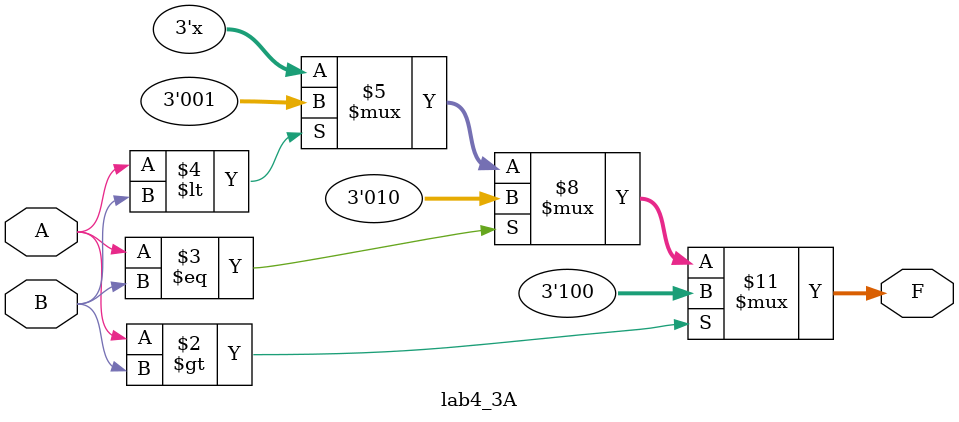
<source format=v>
`timescale 1ns / 1ps


module lab4_3A
(
    input A,
    input B,
    output reg [2:0] F
);
	
    always@(A,B) begin
        if(A>B)
        begin
            F<=3'b100;
        end
        else 
            if(A==B)
            begin
                F<=3'b010;
            end
            else 
                if(A<B) begin
                    F<=3'b001;
                end
    end
endmodule    

</source>
